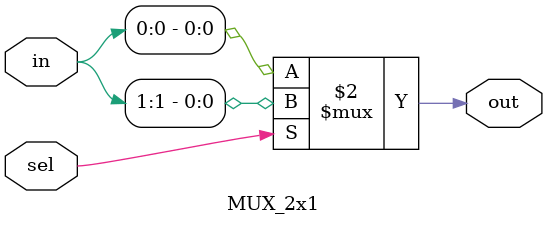
<source format=v>

module MUX_2x1(in,sel,out);
  input [1:0]in;
  input sel;
  output reg out;
  
  always @*
    begin
      out=sel?in[1]:in[0];
    end
  
endmodule

//Design the 2X1_MUX using the Dataflow Modeling 
/*
module MUX_2x1(in,sel,out);
  input [1:0]in;
  input sel;
  output out;
  
  assign out=sel?in[1]:in[0];
  
endmodule
*/

//Design the 2X1_MUX using the Gate level Modeling 
/*
module MUX_2x1(in,sel,out);
  input [1:0]in;
  input sel;
  output out;
  
  wire i0,i1,s0; //declaration of intermediate wires
 
  not g1(s0,sel);
  and g2(i0,in[0],s0);
  and g3(i1,in[1],sel);
  or g4(out,i0,i1);
  
endmodule
*/

</source>
